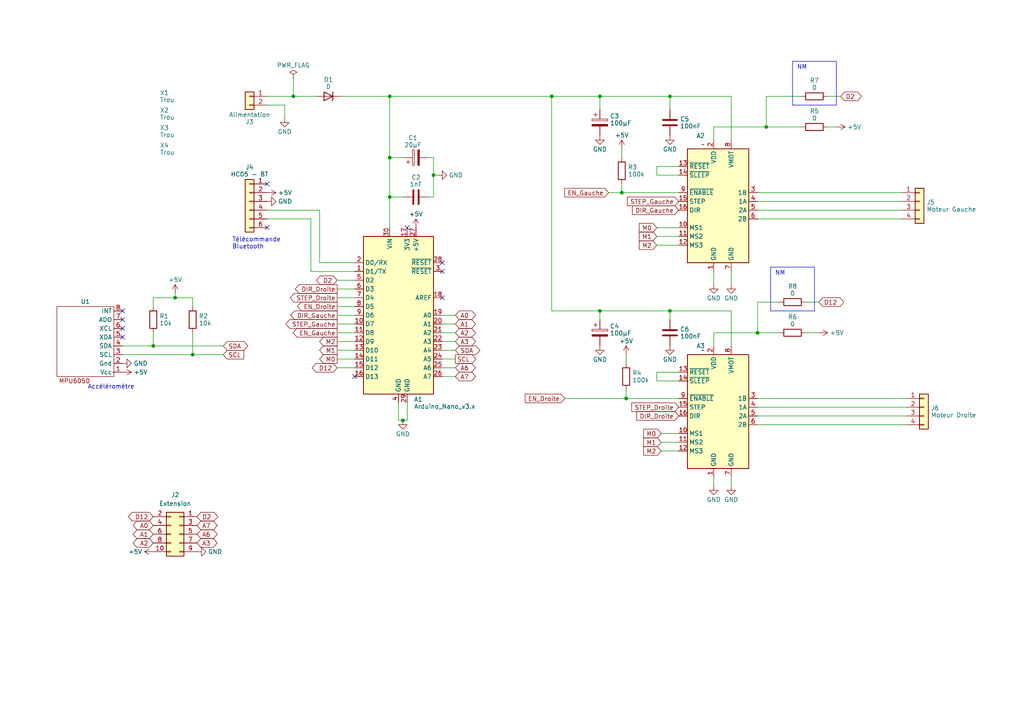
<source format=kicad_sch>
(kicad_sch (version 20230121) (generator eeschema)
  (paper "A4")
  (title_block (title "Duobot") (date "2023-12-16") (rev "A0") (company "Paul"))
  (lib_symbols
    (symbol "Connector_Generic:Conn_01x02" (pin_names (offset 1.016) hide)
      (property "Reference" "J" (at 0 2.54 0))
      (property "Value" "Conn_01x02" (at 0 -5.08 0))
      (symbol "Conn_01x02_1_1"
        (rectangle (start -1.27 -2.413) (end 0 -2.667) (stroke (width 0.1524)))
        (rectangle (start -1.27 0.127) (end 0 -0.127) (stroke (width 0.1524)))
        (rectangle (start -1.27 1.27) (end 1.27 -3.81) (stroke (width 0.254)) (fill (type background)))
        (pin passive line (at -5.08 0 0) (length 3.81) (name "Pin_1") (number "1"))
        (pin passive line (at -5.08 -2.54 0) (length 3.81) (name "Pin_2") (number "2"))
      )
    )
    (symbol "Connector_Generic:Conn_01x04" (pin_names (offset 1.016) hide)
      (property "Reference" "J" (at 0 5.08 0))
      (property "Value" "Conn_01x04" (at 0 -7.62 0))
      (symbol "Conn_01x04_1_1"
        (rectangle (start -1.27 -4.953) (end 0 -5.207) (stroke (width 0.1524)))
        (rectangle (start -1.27 -2.413) (end 0 -2.667) (stroke (width 0.1524)))
        (rectangle (start -1.27 0.127) (end 0 -0.127) (stroke (width 0.1524)))
        (rectangle (start -1.27 2.667) (end 0 2.413) (stroke (width 0.1524)))
        (rectangle (start -1.27 3.81) (end 1.27 -6.35) (stroke (width 0.254)) (fill (type background)))
        (pin passive line (at -5.08 2.54 0) (length 3.81) (name "Pin_1") (number "1"))
        (pin passive line (at -5.08 0 0) (length 3.81) (name "Pin_2") (number "2"))
        (pin passive line (at -5.08 -2.54 0) (length 3.81) (name "Pin_3") (number "3"))
        (pin passive line (at -5.08 -5.08 0) (length 3.81) (name "Pin_4") (number "4"))
      )
    )
    (symbol "Connector_Generic:Conn_01x06" (pin_names (offset 1.016) hide)
      (property "Reference" "J" (at 0 7.62 0))
      (property "Value" "Conn_01x06" (at 0 -10.16 0))
      (symbol "Conn_01x06_1_1"
        (rectangle (start -1.27 -7.493) (end 0 -7.747) (stroke (width 0.1524)))
        (rectangle (start -1.27 -4.953) (end 0 -5.207) (stroke (width 0.1524)))
        (rectangle (start -1.27 -2.413) (end 0 -2.667) (stroke (width 0.1524)))
        (rectangle (start -1.27 0.127) (end 0 -0.127) (stroke (width 0.1524)))
        (rectangle (start -1.27 2.667) (end 0 2.413) (stroke (width 0.1524)))
        (rectangle (start -1.27 5.207) (end 0 4.953) (stroke (width 0.1524)))
        (rectangle (start -1.27 6.35) (end 1.27 -8.89) (stroke (width 0.254)) (fill (type background)))
        (pin passive line (at -5.08 5.08 0) (length 3.81) (name "Pin_1") (number "1"))
        (pin passive line (at -5.08 2.54 0) (length 3.81) (name "Pin_2") (number "2"))
        (pin passive line (at -5.08 0 0) (length 3.81) (name "Pin_3") (number "3"))
        (pin passive line (at -5.08 -2.54 0) (length 3.81) (name "Pin_4") (number "4"))
        (pin passive line (at -5.08 -5.08 0) (length 3.81) (name "Pin_5") (number "5"))
        (pin passive line (at -5.08 -7.62 0) (length 3.81) (name "Pin_6") (number "6"))
      )
    )
    (symbol "Connector_Generic:Conn_02x05_Odd_Even" (pin_names (offset 1.016) hide)
      (property "Reference" "J" (at 1.27 7.62 0))
      (property "Value" "Conn_02x05_Odd_Even" (at 1.27 -7.62 0))
      (symbol "Conn_02x05_Odd_Even_1_1"
        (rectangle (start -1.27 -4.953) (end 0 -5.207) (stroke (width 0.1524)))
        (rectangle (start -1.27 -2.413) (end 0 -2.667) (stroke (width 0.1524)))
        (rectangle (start -1.27 0.127) (end 0 -0.127) (stroke (width 0.1524)))
        (rectangle (start -1.27 2.667) (end 0 2.413) (stroke (width 0.1524)))
        (rectangle (start -1.27 5.207) (end 0 4.953) (stroke (width 0.1524)))
        (rectangle (start -1.27 6.35) (end 3.81 -6.35) (stroke (width 0.254)) (fill (type background)))
        (rectangle (start 3.81 -4.953) (end 2.54 -5.207) (stroke (width 0.1524)))
        (rectangle (start 3.81 -2.413) (end 2.54 -2.667) (stroke (width 0.1524)))
        (rectangle (start 3.81 0.127) (end 2.54 -0.127) (stroke (width 0.1524)))
        (rectangle (start 3.81 2.667) (end 2.54 2.413) (stroke (width 0.1524)))
        (rectangle (start 3.81 5.207) (end 2.54 4.953) (stroke (width 0.1524)))
        (pin passive line (at -5.08 5.08 0) (length 3.81) (name "Pin_1") (number "1"))
        (pin passive line (at 7.62 -5.08 180) (length 3.81) (name "Pin_10") (number "10"))
        (pin passive line (at 7.62 5.08 180) (length 3.81) (name "Pin_2") (number "2"))
        (pin passive line (at -5.08 2.54 0) (length 3.81) (name "Pin_3") (number "3"))
        (pin passive line (at 7.62 2.54 180) (length 3.81) (name "Pin_4") (number "4"))
        (pin passive line (at -5.08 0 0) (length 3.81) (name "Pin_5") (number "5"))
        (pin passive line (at 7.62 0 180) (length 3.81) (name "Pin_6") (number "6"))
        (pin passive line (at -5.08 -2.54 0) (length 3.81) (name "Pin_7") (number "7"))
        (pin passive line (at 7.62 -2.54 180) (length 3.81) (name "Pin_8") (number "8"))
        (pin passive line (at -5.08 -5.08 0) (length 3.81) (name "Pin_9") (number "9"))
      )
    )
    (symbol "Device:C" (pin_numbers hide) (pin_names (offset 0.254))
      (property "Reference" "C" (at 0.635 2.54 0))
      (property "Value" "C" (at 0.635 -2.54 0))
      (symbol "C_0_1"
        (polyline (pts (xy -2.032 -0.762) (xy 2.032 -0.762)) (stroke (width 0.508)))
        (polyline (pts (xy -2.032 0.762) (xy 2.032 0.762)) (stroke (width 0.508)))
      )
      (symbol "C_1_1"
        (pin passive line (at 0 3.81 270) (length 2.794) (name "~") (number "1"))
        (pin passive line (at 0 -3.81 90) (length 2.794) (name "~") (number "2"))
      )
    )
    (symbol "Device:C_Polarized" (pin_numbers hide) (pin_names (offset 0.254))
      (property "Reference" "C" (at 0.635 2.54 0))
      (property "Value" "C_Polarized" (at 0.635 -2.54 0))
      (symbol "C_Polarized_0_1"
        (rectangle (start -2.286 0.508) (end 2.286 1.016))
        (polyline (pts (xy -1.778 2.286) (xy -0.762 2.286)))
        (polyline (pts (xy -1.27 2.794) (xy -1.27 1.778)))
        (rectangle (start 2.286 -0.508) (end -2.286 -1.016) (fill (type outline)))
      )
      (symbol "C_Polarized_1_1"
        (pin passive line (at 0 3.81 270) (length 2.794) (name "~") (number "1"))
        (pin passive line (at 0 -3.81 90) (length 2.794) (name "~") (number "2"))
      )
    )
    (symbol "Device:D" (pin_numbers hide) (pin_names (offset 1.016) hide)
      (property "Reference" "D" (at 0 2.54 0))
      (property "Value" "D" (at 0 -2.54 0))
      (symbol "D_0_1"
        (polyline (pts (xy -1.27 1.27) (xy -1.27 -1.27)) (stroke (width 0.254)))
        (polyline (pts (xy 1.27 0) (xy -1.27 0)))
        (polyline (pts (xy 1.27 1.27) (xy 1.27 -1.27) (xy -1.27 0) (xy 1.27 1.27)) (stroke (width 0.254)))
      )
      (symbol "D_1_1"
        (pin passive line (at -3.81 0 0) (length 2.54) (name "K") (number "1"))
        (pin passive line (at 3.81 0 180) (length 2.54) (name "A") (number "2"))
      )
    )
    (symbol "Device:R" (pin_numbers hide) (pin_names (offset 0))
      (property "Reference" "R" (at 2.032 0 90))
      (property "Value" "R" (at 0 0 90))
      (symbol "R_0_1"
        (rectangle (start -1.016 -2.54) (end 1.016 2.54) (stroke (width 0.254)))
      )
      (symbol "R_1_1"
        (pin passive line (at 0 3.81 270) (length 1.27) (name "~") (number "1"))
        (pin passive line (at 0 -3.81 90) (length 1.27) (name "~") (number "2"))
      )
    )
    (symbol "bpc:Arduino_Nano_v3.x"
      (property "Reference" "A" (at -10.16 23.495 0))
      (property "Value" "Arduino_Nano_v3.x" (at 5.08 -24.13 0))
      (symbol "Arduino_Nano_v3.x_0_1"
        (rectangle (start -10.16 22.86) (end 10.16 -22.86) (stroke (width 0.254)) (fill (type background)))
      )
      (symbol "Arduino_Nano_v3.x_1_1"
        (pin bidirectional line (at -12.7 12.7 0) (length 2.54) (name "D1/TX") (number "1"))
        (pin bidirectional line (at -12.7 -2.54 0) (length 2.54) (name "D7") (number "10"))
        (pin bidirectional line (at -12.7 -5.08 0) (length 2.54) (name "D8") (number "11"))
        (pin bidirectional line (at -12.7 -7.62 0) (length 2.54) (name "D9") (number "12"))
        (pin bidirectional line (at -12.7 -10.16 0) (length 2.54) (name "D10") (number "13"))
        (pin bidirectional line (at -12.7 -12.7 0) (length 2.54) (name "D11") (number "14"))
        (pin bidirectional line (at -12.7 -15.24 0) (length 2.54) (name "D12") (number "15"))
        (pin bidirectional line (at -12.7 -17.78 0) (length 2.54) (name "D13") (number "16"))
        (pin power_out line (at 2.54 25.4 270) (length 2.54) (name "3V3") (number "17"))
        (pin input line (at 12.7 5.08 180) (length 2.54) (name "AREF") (number "18"))
        (pin bidirectional line (at 12.7 0 180) (length 2.54) (name "A0") (number "19"))
        (pin bidirectional line (at -12.7 15.24 0) (length 2.54) (name "D0/RX") (number "2"))
        (pin bidirectional line (at 12.7 -2.54 180) (length 2.54) (name "A1") (number "20"))
        (pin bidirectional line (at 12.7 -5.08 180) (length 2.54) (name "A2") (number "21"))
        (pin bidirectional line (at 12.7 -7.62 180) (length 2.54) (name "A3") (number "22"))
        (pin bidirectional line (at 12.7 -10.16 180) (length 2.54) (name "A4") (number "23"))
        (pin bidirectional line (at 12.7 -12.7 180) (length 2.54) (name "A5") (number "24"))
        (pin bidirectional line (at 12.7 -15.24 180) (length 2.54) (name "A6") (number "25"))
        (pin bidirectional line (at 12.7 -17.78 180) (length 2.54) (name "A7") (number "26"))
        (pin power_out line (at 5.08 25.4 270) (length 2.54) (name "+5V") (number "27"))
        (pin input line (at 12.7 15.24 180) (length 2.54) (name "~{RESET}") (number "28"))
        (pin power_in line (at 2.54 -25.4 90) (length 2.54) (name "GND") (number "29"))
        (pin input line (at 12.7 12.7 180) (length 2.54) (name "~{RESET}") (number "3"))
        (pin power_in line (at -2.54 25.4 270) (length 2.54) (name "VIN") (number "30"))
        (pin power_in line (at 0 -25.4 90) (length 2.54) (name "GND") (number "4"))
        (pin bidirectional line (at -12.7 10.16 0) (length 2.54) (name "D2") (number "5"))
        (pin bidirectional line (at -12.7 7.62 0) (length 2.54) (name "D3") (number "6"))
        (pin bidirectional line (at -12.7 5.08 0) (length 2.54) (name "D4") (number "7"))
        (pin bidirectional line (at -12.7 2.54 0) (length 2.54) (name "D5") (number "8"))
        (pin bidirectional line (at -12.7 0 0) (length 2.54) (name "D6") (number "9"))
      )
    )
    (symbol "bpc:BPC_MPU6050"
      (property "Reference" "U" (at 1.27 2.54 0))
      (symbol "BPC_MPU6050_0_1"
        (rectangle (start 0 1.27) (end 16.51 -19.05))
      )
      (symbol "BPC_MPU6050_1_1"
        (text "MPU6050" (at 11.43 2.54 0) (effects (font (size 1.27 1.27))))
        (pin power_in line (at -2.54 0 0) (length 2.54) (name "Vcc") (number "1"))
        (pin power_in line (at -2.54 -2.54 0) (length 2.54) (name "Gnd") (number "2"))
        (pin input line (at -2.54 -5.08 0) (length 2.54) (name "SCL") (number "3"))
        (pin bidirectional line (at -2.54 -7.62 0) (length 2.54) (name "SDA") (number "4"))
        (pin bidirectional line (at -2.54 -10.16 0) (length 2.54) (name "XDA") (number "5"))
        (pin input line (at -2.54 -12.7 0) (length 2.54) (name "XCL") (number "6"))
        (pin input line (at -2.54 -15.24 0) (length 2.54) (name "ADO") (number "7"))
        (pin output line (at -2.54 -17.78 0) (length 2.54) (name "INT") (number "8"))
      )
    )
    (symbol "bpc:BPC_TROU"
      (property "Reference" "X" (at 0 0 0))
      (property "Value" "Trou" (at 0 -1.27 0))
    )
    (symbol "bpc:BPC_drv4988"
      (property "Reference" "A" (at -2.54 19.05 0))
      (symbol "BPC_drv4988_0_1"
        (rectangle (start 10.16 -17.78) (end -7.62 15.24) (stroke (width 0.254)) (fill (type background)))
      )
      (symbol "BPC_drv4988_1_1"
        (pin power_in line (at 0 -20.32 90) (length 2.54) (name "GND") (number "1"))
        (pin input line (at -10.16 -7.62 0) (length 2.54) (name "MS1") (number "10"))
        (pin input line (at -10.16 -10.16 0) (length 2.54) (name "MS2") (number "11"))
        (pin input line (at -10.16 -12.7 0) (length 2.54) (name "MS3") (number "12"))
        (pin input line (at -10.16 10.16 0) (length 2.54) (name "~{RESET}") (number "13"))
        (pin input line (at -10.16 7.62 0) (length 2.54) (name "~{SLEEP}") (number "14"))
        (pin input line (at -10.16 0 0) (length 2.54) (name "STEP") (number "15"))
        (pin input line (at -10.16 -2.54 0) (length 2.54) (name "DIR") (number "16"))
        (pin power_in line (at 0 17.78 270) (length 2.54) (name "VDD") (number "2"))
        (pin output line (at 12.7 2.54 180) (length 2.54) (name "1B") (number "3"))
        (pin output line (at 12.7 0 180) (length 2.54) (name "1A") (number "4"))
        (pin output line (at 12.7 -2.54 180) (length 2.54) (name "2A") (number "5"))
        (pin output line (at 12.7 -5.08 180) (length 2.54) (name "2B") (number "6"))
        (pin power_in line (at 5.08 -20.32 90) (length 2.54) (name "GND") (number "7"))
        (pin power_in line (at 5.08 17.78 270) (length 2.54) (name "VMOT") (number "8"))
        (pin input line (at -10.16 2.54 0) (length 2.54) (name "~{ENABLE}") (number "9"))
      )
    )
    (symbol "power:+5V" (power) (pin_names (offset 0))
      (property "Value" "+5V" (at 0 3.556 0))
      (symbol "+5V_0_1"
        (polyline (pts (xy -0.762 1.27) (xy 0 2.54)))
        (polyline (pts (xy 0 0) (xy 0 2.54)))
        (polyline (pts (xy 0 2.54) (xy 0.762 1.27)))
      )
      (symbol "+5V_1_1"
        (pin power_in line (at 0 0 90) (length 0) hide (name "+5V") (number "1"))
      )
    )
    (symbol "power:GND" (power) (pin_names (offset 0))
      (property "Value" "GND" (at 0 -3.81 0))
      (symbol "GND_0_1"
        (polyline (pts (xy 0 0) (xy 0 -1.27) (xy 1.27 -1.27) (xy 0 -2.54) (xy -1.27 -1.27) (xy 0 -1.27)))
      )
      (symbol "GND_1_1"
        (pin power_in line (at 0 0 270) (length 0) hide (name "GND") (number "1"))
      )
    )
    (symbol "power:PWR_FLAG" (power) (pin_numbers hide) (pin_names (offset 0) hide)
      (property "Value" "PWR_FLAG" (at 0 3.81 0))
      (symbol "PWR_FLAG_0_0"
        (pin power_out line (at 0 0 90) (length 0) (name "pwr") (number "1"))
      )
      (symbol "PWR_FLAG_0_1"
        (polyline (pts (xy 0 0) (xy 0 1.27) (xy -1.016 1.905) (xy 0 2.54) (xy 1.016 1.905) (xy 0 1.27)))
      )
    )
  )
  (junction (at 44.45 100.33))
  (junction (at 194.31 27.94))
  (junction (at 116.84 121.92))
  (junction (at 194.31 90.17))
  (junction (at 85.09 27.94))
  (junction (at 173.99 27.94))
  (junction (at 55.88 102.87))
  (junction (at 50.8 86.36))
  (junction (at 180.34 55.88))
  (junction (at 113.03 27.94))
  (junction (at 173.99 90.17))
  (junction (at 181.61 115.57))
  (junction (at 222.25 36.83))
  (junction (at 219.71 96.52))
  (junction (at 113.03 57.15))
  (junction (at 113.03 45.72))
  (junction (at 160.02 27.94))
  (junction (at 125.73 50.8))
  (no_connect (at 128.27 78.74))
  (no_connect (at 118.11 66.04))
  (no_connect (at 35.56 90.17))
  (no_connect (at 35.56 95.25))
  (no_connect (at 128.27 76.2))
  (no_connect (at 77.47 66.04))
  (no_connect (at 128.27 86.36))
  (no_connect (at 77.47 53.34))
  (no_connect (at 102.87 109.22))
  (no_connect (at 35.56 97.79))
  (no_connect (at 35.56 92.71))
  (wire (pts (xy 113.03 57.15) (xy 113.03 66.04)))
  (wire (pts (xy 99.06 27.94) (xy 113.03 27.94)))
  (wire (pts (xy 212.09 138.43) (xy 212.09 140.97)))
  (wire (pts (xy 190.5 110.49) (xy 190.5 107.95)))
  (wire (pts (xy 219.71 96.52) (xy 219.71 87.63)))
  (wire (pts (xy 97.79 88.9) (xy 102.87 88.9)))
  (wire (pts (xy 97.79 99.06) (xy 102.87 99.06)))
  (wire (pts (xy 190.5 50.8) (xy 190.5 48.26)))
  (wire (pts (xy 191.77 128.27) (xy 196.85 128.27)))
  (wire (pts (xy 50.8 86.36) (xy 55.88 86.36)))
  (wire (pts (xy 176.53 55.88) (xy 180.34 55.88)))
  (wire (pts (xy 173.99 27.94) (xy 173.99 31.75)))
  (wire (pts (xy 115.57 116.84) (xy 115.57 121.92)))
  (wire (pts (xy 132.08 101.6) (xy 128.27 101.6)))
  (wire (pts (xy 180.34 43.18) (xy 180.34 45.72)))
  (wire (pts (xy 132.08 104.14) (xy 128.27 104.14)))
  (wire (pts (xy 97.79 104.14) (xy 102.87 104.14)))
  (wire (pts (xy 50.8 85.09) (xy 50.8 86.36)))
  (wire (pts (xy 160.02 90.17) (xy 160.02 27.94)))
  (wire (pts (xy 262.89 118.11) (xy 219.71 118.11)))
  (wire (pts (xy 194.31 27.94) (xy 173.99 27.94)))
  (wire (pts (xy 219.71 115.57) (xy 262.89 115.57)))
  (wire (pts (xy 190.5 68.58) (xy 196.85 68.58)))
  (wire (pts (xy 64.77 100.33) (xy 44.45 100.33)))
  (wire (pts (xy 97.79 106.68) (xy 102.87 106.68)))
  (wire (pts (xy 219.71 63.5) (xy 261.62 63.5)))
  (wire (pts (xy 128.27 106.68) (xy 132.08 106.68)))
  (wire (pts (xy 180.34 55.88) (xy 196.85 55.88)))
  (wire (pts (xy 125.73 57.15) (xy 124.46 57.15)))
  (wire (pts (xy 212.09 27.94) (xy 194.31 27.94)))
  (wire (pts (xy 232.41 27.94) (xy 222.25 27.94)))
  (wire (pts (xy 97.79 91.44) (xy 102.87 91.44)))
  (wire (pts (xy 85.09 22.86) (xy 85.09 27.94)))
  (wire (pts (xy 132.08 96.52) (xy 128.27 96.52)))
  (wire (pts (xy 212.09 90.17) (xy 194.31 90.17)))
  (wire (pts (xy 113.03 57.15) (xy 116.84 57.15)))
  (wire (pts (xy 233.68 87.63) (xy 237.49 87.63)))
  (wire (pts (xy 212.09 40.64) (xy 212.09 27.94)))
  (wire (pts (xy 173.99 90.17) (xy 173.99 92.71)))
  (wire (pts (xy 44.45 100.33) (xy 35.56 100.33)))
  (wire (pts (xy 190.5 66.04) (xy 196.85 66.04)))
  (wire (pts (xy 132.08 93.98) (xy 128.27 93.98)))
  (wire (pts (xy 190.5 71.12) (xy 196.85 71.12)))
  (wire (pts (xy 180.34 53.34) (xy 180.34 55.88)))
  (wire (pts (xy 44.45 96.52) (xy 44.45 100.33)))
  (wire (pts (xy 219.71 55.88) (xy 261.62 55.88)))
  (wire (pts (xy 191.77 125.73) (xy 196.85 125.73)))
  (wire (pts (xy 128.27 99.06) (xy 132.08 99.06)))
  (wire (pts (xy 212.09 78.74) (xy 212.09 82.55)))
  (wire (pts (xy 219.71 87.63) (xy 226.06 87.63)))
  (wire (pts (xy 44.45 88.9) (xy 44.45 86.36)))
  (wire (pts (xy 219.71 60.96) (xy 261.62 60.96)))
  (wire (pts (xy 173.99 90.17) (xy 160.02 90.17)))
  (wire (pts (xy 125.73 50.8) (xy 127 50.8)))
  (wire (pts (xy 190.5 107.95) (xy 196.85 107.95)))
  (wire (pts (xy 97.79 83.82) (xy 102.87 83.82)))
  (wire (pts (xy 118.11 116.84) (xy 118.11 121.92)))
  (wire (pts (xy 97.79 81.28) (xy 102.87 81.28)))
  (wire (pts (xy 82.55 30.48) (xy 82.55 34.29)))
  (wire (pts (xy 85.09 27.94) (xy 91.44 27.94)))
  (wire (pts (xy 207.01 96.52) (xy 219.71 96.52)))
  (wire (pts (xy 44.45 86.36) (xy 50.8 86.36)))
  (wire (pts (xy 97.79 93.98) (xy 102.87 93.98)))
  (wire (pts (xy 113.03 27.94) (xy 113.03 45.72)))
  (wire (pts (xy 207.01 36.83) (xy 222.25 36.83)))
  (wire (pts (xy 55.88 96.52) (xy 55.88 102.87)))
  (wire (pts (xy 173.99 27.94) (xy 160.02 27.94)))
  (wire (pts (xy 240.03 27.94) (xy 243.84 27.94)))
  (wire (pts (xy 115.57 121.92) (xy 116.84 121.92)))
  (wire (pts (xy 194.31 90.17) (xy 173.99 90.17)))
  (wire (pts (xy 219.71 96.52) (xy 226.06 96.52)))
  (wire (pts (xy 207.01 36.83) (xy 207.01 40.64)))
  (wire (pts (xy 132.08 91.44) (xy 128.27 91.44)))
  (wire (pts (xy 240.03 36.83) (xy 242.57 36.83)))
  (wire (pts (xy 207.01 138.43) (xy 207.01 140.97)))
  (wire (pts (xy 92.71 76.2) (xy 102.87 76.2)))
  (wire (pts (xy 219.71 120.65) (xy 262.89 120.65)))
  (wire (pts (xy 113.03 45.72) (xy 113.03 57.15)))
  (wire (pts (xy 160.02 27.94) (xy 113.03 27.94)))
  (wire (pts (xy 124.46 45.72) (xy 125.73 45.72)))
  (wire (pts (xy 90.17 63.5) (xy 90.17 78.74)))
  (wire (pts (xy 125.73 50.8) (xy 125.73 57.15)))
  (wire (pts (xy 118.11 121.92) (xy 116.84 121.92)))
  (wire (pts (xy 97.79 86.36) (xy 102.87 86.36)))
  (wire (pts (xy 97.79 101.6) (xy 102.87 101.6)))
  (wire (pts (xy 181.61 102.87) (xy 181.61 105.41)))
  (wire (pts (xy 55.88 86.36) (xy 55.88 88.9)))
  (wire (pts (xy 181.61 113.03) (xy 181.61 115.57)))
  (wire (pts (xy 77.47 63.5) (xy 90.17 63.5)))
  (wire (pts (xy 219.71 58.42) (xy 261.62 58.42)))
  (wire (pts (xy 233.68 96.52) (xy 237.49 96.52)))
  (wire (pts (xy 77.47 60.96) (xy 92.71 60.96)))
  (wire (pts (xy 222.25 36.83) (xy 232.41 36.83)))
  (wire (pts (xy 181.61 115.57) (xy 196.85 115.57)))
  (wire (pts (xy 212.09 100.33) (xy 212.09 90.17)))
  (wire (pts (xy 77.47 30.48) (xy 82.55 30.48)))
  (wire (pts (xy 92.71 60.96) (xy 92.71 76.2)))
  (wire (pts (xy 191.77 130.81) (xy 196.85 130.81)))
  (wire (pts (xy 196.85 110.49) (xy 190.5 110.49)))
  (wire (pts (xy 207.01 78.74) (xy 207.01 82.55)))
  (wire (pts (xy 90.17 78.74) (xy 102.87 78.74)))
  (wire (pts (xy 113.03 45.72) (xy 116.84 45.72)))
  (wire (pts (xy 207.01 96.52) (xy 207.01 100.33)))
  (wire (pts (xy 222.25 27.94) (xy 222.25 36.83)))
  (wire (pts (xy 64.77 102.87) (xy 55.88 102.87)))
  (wire (pts (xy 262.89 123.19) (xy 219.71 123.19)))
  (wire (pts (xy 190.5 48.26) (xy 196.85 48.26)))
  (wire (pts (xy 128.27 109.22) (xy 132.08 109.22)))
  (wire (pts (xy 77.47 27.94) (xy 85.09 27.94)))
  (wire (pts (xy 97.79 96.52) (xy 102.87 96.52)))
  (wire (pts (xy 194.31 90.17) (xy 194.31 92.71)))
  (wire (pts (xy 125.73 45.72) (xy 125.73 50.8)))
  (wire (pts (xy 196.85 50.8) (xy 190.5 50.8)))
  (wire (pts (xy 55.88 102.87) (xy 35.56 102.87)))
  (wire (pts (xy 194.31 27.94) (xy 194.31 31.75)))
  (wire (pts (xy 163.83 115.57) (xy 181.61 115.57)))
  (rectangle (start 223.52 77.47) (end 236.22 90.17))
  (rectangle (start 229.87 17.78) (end 242.57 30.48))
  (text "NM" (at 224.79 80.01 0) (effects (font (size 1.27 1.27)) (justify left bottom)))
  (text "Accéléromètre" (at 25.4 113.03 0) (effects (font (size 1.27 1.27)) (justify left bottom)))
  (text "NM" (at 231.14 20.32 0) (effects (font (size 1.27 1.27)) (justify left bottom)))
  (text "Télécommande\nBluetooth" (at 67.31 72.39 0) (effects (font (size 1.27 1.27)) (justify left bottom)))
  (global_label "M1" (shape output) (at 97.79 101.6 180) (property "Intersheetrefs" "${INTERSHEET_REFS}" (effects hide)))
  (global_label "EN_Droite" (shape output) (at 97.79 88.9 180) (property "Intersheetrefs" "${INTERSHEET_REFS}" (effects hide)))
  (global_label "D2" (shape bidirectional) (at 97.79 81.28 180) (property "Intersheetrefs" "${INTERSHEET_REFS}" (effects hide)))
  (global_label "M2" (shape output) (at 97.79 99.06 180) (property "Intersheetrefs" "${INTERSHEET_REFS}" (effects hide)))
  (global_label "STEP_Droite" (shape output) (at 97.79 86.36 180) (property "Intersheetrefs" "${INTERSHEET_REFS}" (effects hide)))
  (global_label "SCL" (shape output) (at 132.08 104.14 0) (property "Intersheetrefs" "${INTERSHEET_REFS}" (effects hide)))
  (global_label "DIR_Gauche" (shape input) (at 196.85 60.96 180) (property "Intersheetrefs" "${INTERSHEET_REFS}" (effects hide)))
  (global_label "M1" (shape input) (at 191.77 128.27 180) (property "Intersheetrefs" "${INTERSHEET_REFS}" (effects hide)))
  (global_label "EN_Gauche" (shape output) (at 97.79 96.52 180) (property "Intersheetrefs" "${INTERSHEET_REFS}" (effects hide)))
  (global_label "A3" (shape bidirectional) (at 132.08 99.06 0) (property "Intersheetrefs" "${INTERSHEET_REFS}" (effects hide)))
  (global_label "SDA" (shape bidirectional) (at 132.08 101.6 0) (property "Intersheetrefs" "${INTERSHEET_REFS}" (effects hide)))
  (global_label "A3" (shape bidirectional) (at 57.15 157.48 0) (property "Intersheetrefs" "${INTERSHEET_REFS}" (effects hide)))
  (global_label "EN_Gauche" (shape input) (at 176.53 55.88 180) (property "Intersheetrefs" "${INTERSHEET_REFS}" (effects hide)))
  (global_label "A1" (shape bidirectional) (at 44.45 154.94 180) (property "Intersheetrefs" "${INTERSHEET_REFS}" (effects hide)))
  (global_label "A1" (shape bidirectional) (at 132.08 93.98 0) (property "Intersheetrefs" "${INTERSHEET_REFS}" (effects hide)))
  (global_label "A6" (shape bidirectional) (at 57.15 154.94 0) (property "Intersheetrefs" "${INTERSHEET_REFS}" (effects hide)))
  (global_label "DIR_Droite" (shape input) (at 196.85 120.65 180) (property "Intersheetrefs" "${INTERSHEET_REFS}" (effects hide)))
  (global_label "M0" (shape output) (at 97.79 104.14 180) (property "Intersheetrefs" "${INTERSHEET_REFS}" (effects hide)))
  (global_label "A2" (shape bidirectional) (at 44.45 157.48 180) (property "Intersheetrefs" "${INTERSHEET_REFS}" (effects hide)))
  (global_label "A6" (shape bidirectional) (at 132.08 106.68 0) (property "Intersheetrefs" "${INTERSHEET_REFS}" (effects hide)))
  (global_label "M2" (shape input) (at 191.77 130.81 180) (property "Intersheetrefs" "${INTERSHEET_REFS}" (effects hide)))
  (global_label "M1" (shape input) (at 190.5 68.58 180) (property "Intersheetrefs" "${INTERSHEET_REFS}" (effects hide)))
  (global_label "D2" (shape bidirectional) (at 57.15 149.86 0) (property "Intersheetrefs" "${INTERSHEET_REFS}" (effects hide)))
  (global_label "D12" (shape bidirectional) (at 97.79 106.68 180) (property "Intersheetrefs" "${INTERSHEET_REFS}" (effects hide)))
  (global_label "A7" (shape bidirectional) (at 132.08 109.22 0) (property "Intersheetrefs" "${INTERSHEET_REFS}" (effects hide)))
  (global_label "D2" (shape bidirectional) (at 243.84 27.94 0) (property "Intersheetrefs" "${INTERSHEET_REFS}" (effects hide)))
  (global_label "DIR_Droite" (shape output) (at 97.79 83.82 180) (property "Intersheetrefs" "${INTERSHEET_REFS}" (effects hide)))
  (global_label "STEP_Gauche" (shape output) (at 97.79 93.98 180) (property "Intersheetrefs" "${INTERSHEET_REFS}" (effects hide)))
  (global_label "M0" (shape input) (at 191.77 125.73 180) (property "Intersheetrefs" "${INTERSHEET_REFS}" (effects hide)))
  (global_label "D12" (shape bidirectional) (at 44.45 149.86 180) (property "Intersheetrefs" "${INTERSHEET_REFS}" (effects hide)))
  (global_label "M2" (shape input) (at 190.5 71.12 180) (property "Intersheetrefs" "${INTERSHEET_REFS}" (effects hide)))
  (global_label "M0" (shape input) (at 190.5 66.04 180) (property "Intersheetrefs" "${INTERSHEET_REFS}" (effects hide)))
  (global_label "A0" (shape bidirectional) (at 44.45 152.4 180) (property "Intersheetrefs" "${INTERSHEET_REFS}" (effects hide)))
  (global_label "A2" (shape bidirectional) (at 132.08 96.52 0) (property "Intersheetrefs" "${INTERSHEET_REFS}" (effects hide)))
  (global_label "EN_Droite" (shape input) (at 163.83 115.57 180) (property "Intersheetrefs" "${INTERSHEET_REFS}" (effects hide)))
  (global_label "A0" (shape bidirectional) (at 132.08 91.44 0) (property "Intersheetrefs" "${INTERSHEET_REFS}" (effects hide)))
  (global_label "STEP_Gauche" (shape input) (at 196.85 58.42 180) (property "Intersheetrefs" "${INTERSHEET_REFS}" (effects hide)))
  (global_label "A7" (shape bidirectional) (at 57.15 152.4 0) (property "Intersheetrefs" "${INTERSHEET_REFS}" (effects hide)))
  (global_label "DIR_Gauche" (shape output) (at 97.79 91.44 180) (property "Intersheetrefs" "${INTERSHEET_REFS}" (effects hide)))
  (global_label "SCL" (shape input) (at 64.77 102.87 0) (property "Intersheetrefs" "${INTERSHEET_REFS}" (effects hide)))
  (global_label "STEP_Droite" (shape input) (at 196.85 118.11 180) (property "Intersheetrefs" "${INTERSHEET_REFS}" (effects hide)))
  (global_label "SDA" (shape bidirectional) (at 64.77 100.33 0) (property "Intersheetrefs" "${INTERSHEET_REFS}" (effects hide)))
  (global_label "D12" (shape bidirectional) (at 237.49 87.63 0) (property "Intersheetrefs" "${INTERSHEET_REFS}" (effects hide)))
  (symbol (lib_id "power:GND") (at 77.47 58.42 90) (unit 1)
    (property "Reference" "#PWR0111" (effects hide))
    (property "Value" "GND" (at 80.645 58.42 90) (effects (justify right)))
  )
  (symbol (lib_id "Device:R") (at 229.87 96.52 90) (unit 1)
    (property "Reference" "R6" (at 229.87 91.924 90))
    (property "Value" "0" (at 229.87 93.972 90))
  )
  (symbol (lib_id "power:GND") (at 212.09 140.97 0) (unit 1)
    (property "Reference" "#PWR0117" (effects hide))
    (property "Value" "GND" (at 212.09 144.915 0))
  )
  (symbol (lib_id "Device:C") (at 194.31 96.52 0) (unit 1)
    (property "Reference" "C6" (at 197.231 95.496 0) (effects (justify left)))
    (property "Value" "100nF" (at 197.231 97.544 0) (effects (justify left)))
  )
  (symbol (lib_id "power:+5V") (at 50.8 85.09 0) (unit 1)
    (property "Reference" "#PWR0109" (effects hide))
    (property "Value" "+5V" (at 50.8 81.145 0))
  )
  (symbol (lib_id "Device:C") (at 120.65 57.15 90) (unit 1)
    (property "Reference" "C2" (at 120.65 51.411 90))
    (property "Value" "1nF" (at 120.65 53.459 90))
  )
  (symbol (lib_id "power:GND") (at 194.31 100.33 0) (unit 1)
    (property "Reference" "#PWR0115" (effects hide))
    (property "Value" "GND" (at 194.31 104.275 0))
  )
  (symbol (lib_id "bpc:BPC_MPU6050") (at 33.02 107.95 180) (unit 1)
    (property "Reference" "U1" (at 24.765 87.495 0))
    (property "Value" "~" (at 33.02 107.95 0))
    (property "Footprint" "bpc:BPC_MPU6050" (effects hide))
  )
  (symbol (lib_id "Device:R") (at 236.22 36.83 90) (unit 1)
    (property "Reference" "R5" (at 236.22 32.234 90))
    (property "Value" "0" (at 236.22 34.282 90))
  )
  (symbol (lib_id "Device:C") (at 194.31 35.56 0) (unit 1)
    (property "Reference" "C5" (at 197.231 34.536 0) (effects (justify left)))
    (property "Value" "100nF" (at 197.231 36.584 0) (effects (justify left)))
  )
  (symbol (lib_id "power:GND") (at 207.01 140.97 0) (unit 1)
    (property "Reference" "#PWR0118" (effects hide))
    (property "Value" "GND" (at 207.01 144.915 0))
  )
  (symbol (lib_id "power:GND") (at 35.56 105.41 90) (unit 1)
    (property "Reference" "#PWR0120" (effects hide))
    (property "Value" "GND" (at 38.735 105.41 90) (effects (justify right)))
  )
  (symbol (lib_id "power:+5V") (at 180.34 43.18 0) (unit 1)
    (property "Reference" "#PWR0107" (effects hide))
    (property "Value" "+5V" (at 180.34 39.235 0))
  )
  (symbol (lib_id "Device:C_Polarized") (at 173.99 96.52 0) (unit 1)
    (property "Reference" "C4" (at 176.911 94.607 0) (effects (justify left)))
    (property "Value" "100µF" (at 176.911 96.655 0) (effects (justify left)))
  )
  (symbol (lib_id "power:+5V") (at 44.45 160.02 90) (unit 1)
    (property "Reference" "#PWR0123" (effects hide))
    (property "Value" "+5V" (at 41.2751 160.02 90) (effects (justify left)))
  )
  (symbol (lib_id "power:GND") (at 194.31 39.37 0) (unit 1)
    (property "Reference" "#PWR0105" (effects hide))
    (property "Value" "GND" (at 194.31 43.315 0))
  )
  (symbol (lib_id "Connector_Generic:Conn_01x04") (at 266.7 58.42 0) (unit 1)
    (property "Reference" "J5" (at 268.732 58.666 0) (effects (justify left)))
    (property "Value" "Moteur Gauche" (at 268.732 60.714 0) (effects (justify left)))
  )
  (symbol (lib_id "power:+5V") (at 35.56 107.95 270) (unit 1)
    (property "Reference" "#PWR0121" (effects hide))
    (property "Value" "+5V" (at 38.735 107.95 90) (effects (justify left)))
  )
  (symbol (lib_id "bpc:BPC_TROU") (at 45.72 38.1 0) (unit 1)
    (property "Reference" "X3" (at 46.355 37.076 0) (effects (justify left)))
    (property "Value" "Trou" (at 46.355 39.124 0) (effects (justify left)))
    (property "Footprint" "bpc:BPC_Trou4mm_Fixation" (effects hide))
  )
  (symbol (lib_id "power:GND") (at 173.99 100.33 0) (unit 1)
    (property "Reference" "#PWR0116" (effects hide))
    (property "Value" "GND" (at 173.99 104.275 0))
  )
  (symbol (lib_id "power:PWR_FLAG") (at 85.09 22.86 0) (unit 1)
    (property "Reference" "#FLG0101" (effects hide))
    (property "Value" "PWR_FLAG" (at 85.09 18.915 0))
  )
  (symbol (lib_id "power:GND") (at 212.09 82.55 0) (unit 1)
    (property "Reference" "#PWR0103" (effects hide))
    (property "Value" "GND" (at 212.09 86.495 0))
  )
  (symbol (lib_id "bpc:BPC_TROU") (at 45.72 27.94 0) (unit 1)
    (property "Reference" "X1" (at 46.355 26.916 0) (effects (justify left)))
    (property "Value" "Trou" (at 46.355 28.964 0) (effects (justify left)))
    (property "Footprint" "bpc:BPC_Trou4mm_Fixation" (effects hide))
  )
  (symbol (lib_id "power:+5V") (at 237.49 96.52 270) (unit 1)
    (property "Reference" "#PWR0119" (effects hide))
    (property "Value" "+5V" (at 240.665 96.52 90) (effects (justify left)))
  )
  (symbol (lib_id "bpc:BPC_TROU") (at 45.72 33.02 0) (unit 1)
    (property "Reference" "X2" (at 46.355 31.996 0) (effects (justify left)))
    (property "Value" "Trou" (at 46.355 34.044 0) (effects (justify left)))
    (property "Footprint" "bpc:BPC_Trou4mm_Fixation" (effects hide))
  )
  (symbol (lib_id "Connector_Generic:Conn_02x05_Odd_Even") (at 52.07 154.94 0) (mirror y) (unit 1)
    (property "Reference" "J2" (at 50.8 143.51 0))
    (property "Value" "Extension" (at 50.8 146.05 0))
    (property "Footprint" "Connector_PinHeader_2.54mm:PinHeader_2x05_P2.54mm_Vertical" (effects hide))
  )
  (symbol (lib_id "power:GND") (at 127 50.8 90) (unit 1)
    (property "Reference" "#PWR0102" (effects hide))
    (property "Value" "GND" (at 130.175 50.8 90) (effects (justify right)))
  )
  (symbol (lib_id "Device:R") (at 236.22 27.94 90) (unit 1)
    (property "Reference" "R7" (at 236.22 23.344 90))
    (property "Value" "0" (at 236.22 25.392 90))
  )
  (symbol (lib_id "Device:C_Polarized") (at 173.99 35.56 0) (unit 1)
    (property "Reference" "C3" (at 176.911 33.647 0) (effects (justify left)))
    (property "Value" "100µF" (at 176.911 35.695 0) (effects (justify left)))
  )
  (symbol (lib_id "power:GND") (at 82.55 34.29 0) (unit 1)
    (property "Reference" "#PWR0110" (effects hide))
    (property "Value" "GND" (at 82.55 38.235 0))
  )
  (symbol (lib_id "Connector_Generic:Conn_01x06") (at 72.39 58.42 0) (mirror y) (unit 1)
    (property "Reference" "J4" (at 72.39 48.49 0))
    (property "Value" "HC05 - BT" (at 72.39 50.538 0))
    (property "Footprint" "Connector_PinHeader_2.54mm:PinHeader_1x06_P2.54mm_Vertical" (effects hide))
  )
  (symbol (lib_id "Device:R") (at 181.61 109.22 0) (unit 1)
    (property "Reference" "R4" (at 183.388 108.196 0) (effects (justify left)))
    (property "Value" "100k" (at 183.388 110.244 0) (effects (justify left)))
  )
  (symbol (lib_id "power:+5V") (at 181.61 102.87 0) (unit 1)
    (property "Reference" "#PWR0114" (effects hide))
    (property "Value" "+5V" (at 181.61 98.925 0))
  )
  (symbol (lib_id "Device:C_Polarized") (at 120.65 45.72 90) (unit 1)
    (property "Reference" "C1" (at 119.761 39.981 90))
    (property "Value" "20µF" (at 119.761 42.029 90))
  )
  (symbol (lib_id "power:GND") (at 116.84 121.92 0) (unit 1)
    (property "Reference" "#PWR0113" (effects hide))
    (property "Value" "GND" (at 116.84 125.865 0))
  )
  (symbol (lib_id "bpc:BPC_drv4988") (at 207.01 58.42 0) (unit 1)
    (property "Reference" "A2" (at 204.47 39.37 0) (effects (justify right)))
    (property "Value" "~" (at 204.47 41.91 0) (effects (justify right)))
    (property "Footprint" "bpc:BPC_Module-16_15.2x20.3mm" (effects hide))
  )
  (symbol (lib_id "power:+5V") (at 77.47 55.88 270) (unit 1)
    (property "Reference" "#PWR0112" (effects hide))
    (property "Value" "+5V" (at 80.645 55.88 90) (effects (justify left)))
  )
  (symbol (lib_id "power:GND") (at 57.15 160.02 90) (unit 1)
    (property "Reference" "#PWR0122" (effects hide))
    (property "Value" "GND" (at 60.325 160.02 90) (effects (justify right)))
  )
  (symbol (lib_id "bpc:Arduino_Nano_v3.x") (at 115.57 91.44 0) (unit 1)
    (property "Reference" "A1" (at 120.0659 115.832 0) (effects (justify left)))
    (property "Value" "Arduino_Nano_v3.x" (at 120.0659 117.88 0) (effects (justify left)))
    (property "Footprint" "bpc:BPC_Arduino_Nano" (effects hide))
    (property "Datasheet" "http://www.mouser.com/pdfdocs/Gravitech_Arduino_Nano3_0.pdf" (effects hide))
  )
  (symbol (lib_id "Connector_Generic:Conn_01x02") (at 72.39 27.94 0) (mirror y) (unit 1)
    (property "Reference" "J3" (at 72.39 35.33 0))
    (property "Value" "Alimentation" (at 72.39 33.282 0))
  )
  (symbol (lib_id "power:GND") (at 173.99 39.37 0) (unit 1)
    (property "Reference" "#PWR0106" (effects hide))
    (property "Value" "GND" (at 173.99 43.315 0))
  )
  (symbol (lib_id "Device:D") (at 95.25 27.94 180) (unit 1)
    (property "Reference" "D1" (at 95.25 23.09 0))
    (property "Value" "D" (at 95.25 25.138 0))
    (property "Sim.Device" "D" (effects hide))
    (property "Sim.Pins" "1=K 2=A" (effects hide))
  )
  (symbol (lib_id "Device:R") (at 229.87 87.63 90) (unit 1)
    (property "Reference" "R8" (at 229.87 83.034 90))
    (property "Value" "0" (at 229.87 85.082 90))
  )
  (symbol (lib_id "Device:R") (at 180.34 49.53 0) (unit 1)
    (property "Reference" "R3" (at 182.118 48.506 0) (effects (justify left)))
    (property "Value" "100k" (at 182.118 50.554 0) (effects (justify left)))
  )
  (symbol (lib_id "Connector_Generic:Conn_01x04") (at 267.97 118.11 0) (unit 1)
    (property "Reference" "J6" (at 270.002 118.356 0) (effects (justify left)))
    (property "Value" "Moteur Droite" (at 270.002 120.404 0) (effects (justify left)))
  )
  (symbol (lib_id "Device:R") (at 44.45 92.71 0) (unit 1)
    (property "Reference" "R1" (at 46.228 91.686 0) (effects (justify left)))
    (property "Value" "10k" (at 46.228 93.734 0) (effects (justify left)))
  )
  (symbol (lib_id "bpc:BPC_drv4988") (at 207.01 118.11 0) (unit 1)
    (property "Reference" "A3" (at 204.47 100.33 0) (effects (justify right)))
    (property "Value" "~" (at 204.47 101.6 0) (effects (justify right)))
    (property "Footprint" "bpc:BPC_Module-16_15.2x20.3mm" (effects hide))
  )
  (symbol (lib_id "power:+5V") (at 242.57 36.83 270) (unit 1)
    (property "Reference" "#PWR0108" (effects hide))
    (property "Value" "+5V" (at 245.745 36.83 90) (effects (justify left)))
  )
  (symbol (lib_id "power:GND") (at 207.01 82.55 0) (unit 1)
    (property "Reference" "#PWR0104" (effects hide))
    (property "Value" "GND" (at 207.01 86.495 0))
  )
  (symbol (lib_id "power:+5V") (at 120.65 66.04 0) (unit 1)
    (property "Reference" "#PWR0101" (effects hide))
    (property "Value" "+5V" (at 120.65 62.095 0))
  )
  (symbol (lib_id "Device:R") (at 55.88 92.71 180) (unit 1)
    (property "Reference" "R2" (at 57.658 91.686 0) (effects (justify right)))
    (property "Value" "10k" (at 57.658 93.734 0) (effects (justify right)))
  )
  (symbol (lib_id "bpc:BPC_TROU") (at 45.72 43.18 0) (unit 1)
    (property "Reference" "X4" (at 46.355 42.156 0) (effects (justify left)))
    (property "Value" "Trou" (at 46.355 44.204 0) (effects (justify left)))
    (property "Footprint" "bpc:BPC_Trou4mm_Fixation" (effects hide))
  )
)
</source>
